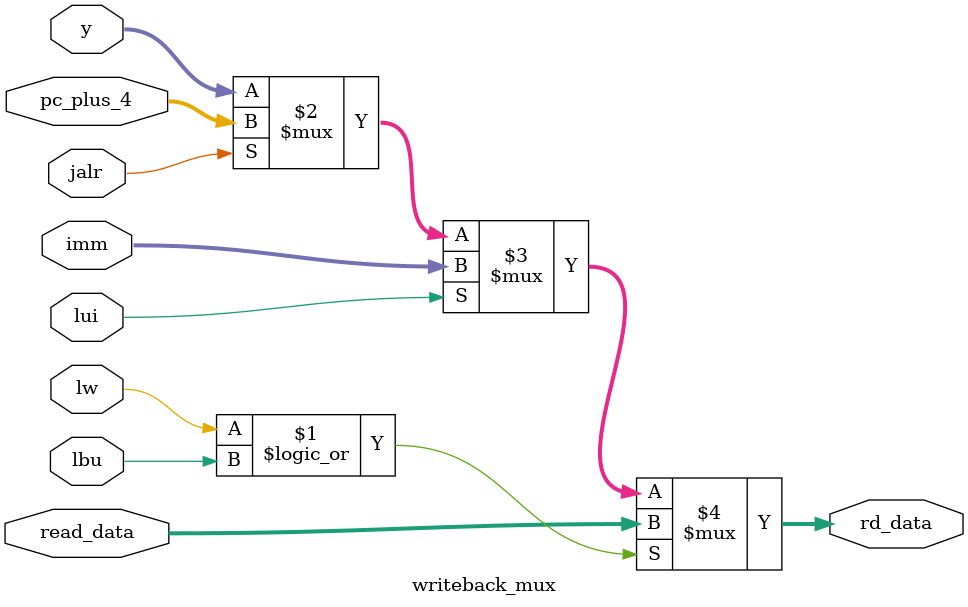
<source format=v>
module writeback_mux
(
    input   wire [31:0] y,
    input   wire [31:0] imm,
    input   wire [31:0] read_data,
    input   wire [31:0] pc_plus_4,
    input   wire        lw,
    input   wire        lbu,
    input   wire        lui,
    input   wire        jalr,
    output  wire [31:0] rd_data
);

    assign rd_data =
        (lw  || lbu) ? read_data :
        (lui)        ? imm       :
        (jalr)       ? pc_plus_4  :
                       y;
endmodule

</source>
